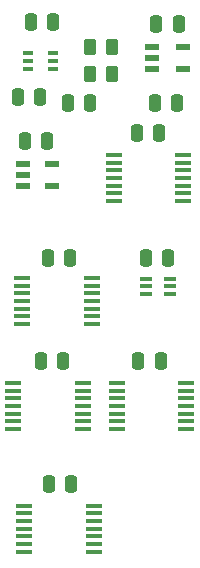
<source format=gtp>
%TF.GenerationSoftware,KiCad,Pcbnew,8.0.4*%
%TF.CreationDate,2024-09-05T16:26:24+02:00*%
%TF.ProjectId,Graphics Signals,47726170-6869-4637-9320-5369676e616c,V1*%
%TF.SameCoordinates,PX525bfc0PY43d3480*%
%TF.FileFunction,Paste,Top*%
%TF.FilePolarity,Positive*%
%FSLAX46Y46*%
G04 Gerber Fmt 4.6, Leading zero omitted, Abs format (unit mm)*
G04 Created by KiCad (PCBNEW 8.0.4) date 2024-09-05 16:26:24*
%MOMM*%
%LPD*%
G01*
G04 APERTURE LIST*
G04 Aperture macros list*
%AMRoundRect*
0 Rectangle with rounded corners*
0 $1 Rounding radius*
0 $2 $3 $4 $5 $6 $7 $8 $9 X,Y pos of 4 corners*
0 Add a 4 corners polygon primitive as box body*
4,1,4,$2,$3,$4,$5,$6,$7,$8,$9,$2,$3,0*
0 Add four circle primitives for the rounded corners*
1,1,$1+$1,$2,$3*
1,1,$1+$1,$4,$5*
1,1,$1+$1,$6,$7*
1,1,$1+$1,$8,$9*
0 Add four rect primitives between the rounded corners*
20,1,$1+$1,$2,$3,$4,$5,0*
20,1,$1+$1,$4,$5,$6,$7,0*
20,1,$1+$1,$6,$7,$8,$9,0*
20,1,$1+$1,$8,$9,$2,$3,0*%
G04 Aperture macros list end*
%ADD10RoundRect,0.250000X-0.250000X-0.475000X0.250000X-0.475000X0.250000X0.475000X-0.250000X0.475000X0*%
%ADD11RoundRect,0.250000X0.250000X0.475000X-0.250000X0.475000X-0.250000X-0.475000X0.250000X-0.475000X0*%
%ADD12R,1.000000X0.450000*%
%ADD13R,1.475000X0.450000*%
%ADD14R,0.875000X0.450000*%
%ADD15R,1.150000X0.600000*%
%ADD16RoundRect,0.250000X-0.262500X-0.450000X0.262500X-0.450000X0.262500X0.450000X-0.262500X0.450000X0*%
%ADD17R,1.250000X0.600000*%
G04 APERTURE END LIST*
D10*
%TO.C,C4*%
X8524000Y-2779000D03*
X10424000Y-2779000D03*
%TD*%
D11*
%TO.C,C2*%
X7284000Y4064000D03*
X5384000Y4064000D03*
%TD*%
D12*
%TO.C,IC4*%
X15158000Y-17653000D03*
X15158000Y-18303000D03*
X15158000Y-18953000D03*
X17158000Y-18953000D03*
X17158000Y-18303000D03*
X17158000Y-17653000D03*
%TD*%
D11*
%TO.C,C3*%
X6776000Y-5969000D03*
X4876000Y-5969000D03*
%TD*%
D10*
%TO.C,C11*%
X6813000Y-15875000D03*
X8713000Y-15875000D03*
%TD*%
D13*
%TO.C,IC3*%
X12424000Y-7194000D03*
X12424000Y-7844000D03*
X12424000Y-8494000D03*
X12424000Y-9144000D03*
X12424000Y-9794000D03*
X12424000Y-10444000D03*
X12424000Y-11094000D03*
X18300000Y-11094000D03*
X18300000Y-10444000D03*
X18300000Y-9794000D03*
X18300000Y-9144000D03*
X18300000Y-8494000D03*
X18300000Y-7844000D03*
X18300000Y-7194000D03*
%TD*%
%TO.C,IC10*%
X3920000Y-26498000D03*
X3920000Y-27148000D03*
X3920000Y-27798000D03*
X3920000Y-28448000D03*
X3920000Y-29098000D03*
X3920000Y-29748000D03*
X3920000Y-30398000D03*
X9796000Y-30398000D03*
X9796000Y-29748000D03*
X9796000Y-29098000D03*
X9796000Y-28448000D03*
X9796000Y-27798000D03*
X9796000Y-27148000D03*
X9796000Y-26498000D03*
%TD*%
D14*
%TO.C,IC9*%
X5125000Y1427000D03*
X5125000Y777000D03*
X5125000Y127000D03*
X7249000Y127000D03*
X7249000Y777000D03*
X7249000Y1427000D03*
%TD*%
D15*
%TO.C,IC36*%
X15638000Y1966000D03*
X15638000Y1016000D03*
X15638000Y66000D03*
X18238000Y66000D03*
X18238000Y1966000D03*
%TD*%
D11*
%TO.C,C41*%
X17775000Y-2794000D03*
X15875000Y-2794000D03*
%TD*%
D16*
%TO.C,R2*%
X10400500Y-356000D03*
X12225500Y-356000D03*
%TD*%
D13*
%TO.C,IC6*%
X4829000Y-36886000D03*
X4829000Y-37536000D03*
X4829000Y-38186000D03*
X4829000Y-38836000D03*
X4829000Y-39486000D03*
X4829000Y-40136000D03*
X4829000Y-40786000D03*
X10705000Y-40786000D03*
X10705000Y-40136000D03*
X10705000Y-39486000D03*
X10705000Y-38836000D03*
X10705000Y-38186000D03*
X10705000Y-37536000D03*
X10705000Y-36886000D03*
%TD*%
D10*
%TO.C,C1*%
X14351000Y-5334000D03*
X16251000Y-5334000D03*
%TD*%
D13*
%TO.C,IC11*%
X12683000Y-26498000D03*
X12683000Y-27148000D03*
X12683000Y-27798000D03*
X12683000Y-28448000D03*
X12683000Y-29098000D03*
X12683000Y-29748000D03*
X12683000Y-30398000D03*
X18559000Y-30398000D03*
X18559000Y-29748000D03*
X18559000Y-29098000D03*
X18559000Y-28448000D03*
X18559000Y-27798000D03*
X18559000Y-27148000D03*
X18559000Y-26498000D03*
%TD*%
D10*
%TO.C,C5*%
X4273000Y-2286000D03*
X6173000Y-2286000D03*
%TD*%
%TO.C,C10*%
X15113000Y-15875000D03*
X17013000Y-15875000D03*
%TD*%
%TO.C,C6*%
X14483000Y-24638000D03*
X16383000Y-24638000D03*
%TD*%
%TO.C,C8*%
X6248000Y-24618000D03*
X8148000Y-24618000D03*
%TD*%
%TO.C,C9*%
X6903000Y-35052000D03*
X8803000Y-35052000D03*
%TD*%
D16*
%TO.C,R1*%
X10400500Y1930000D03*
X12225500Y1930000D03*
%TD*%
D11*
%TO.C,C42*%
X17902000Y3937000D03*
X16002000Y3937000D03*
%TD*%
D13*
%TO.C,IC2*%
X4682000Y-17608000D03*
X4682000Y-18258000D03*
X4682000Y-18908000D03*
X4682000Y-19558000D03*
X4682000Y-20208000D03*
X4682000Y-20858000D03*
X4682000Y-21508000D03*
X10558000Y-21508000D03*
X10558000Y-20858000D03*
X10558000Y-20208000D03*
X10558000Y-19558000D03*
X10558000Y-18908000D03*
X10558000Y-18258000D03*
X10558000Y-17608000D03*
%TD*%
D17*
%TO.C,IC1*%
X4719000Y-7940000D03*
X4719000Y-8890000D03*
X4719000Y-9840000D03*
X7219000Y-9840000D03*
X7219000Y-7940000D03*
%TD*%
M02*

</source>
